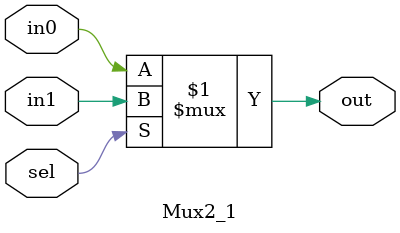
<source format=v>
module Mux2_1( in0,in1,sel,out);
input in0,in1;
input sel;
output out;
assign out=(sel)?in1:in0;
endmodule

</source>
